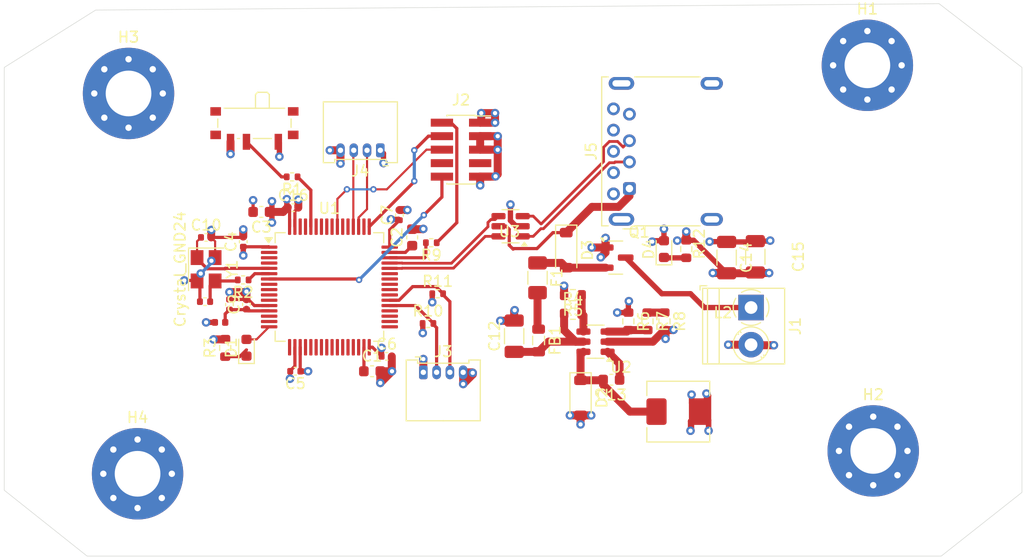
<source format=kicad_pcb>
(kicad_pcb (version 20240108) (generator "pcbnew") (generator_version "8.0")
  (layers (0 "F.Cu" signal) (1 "In1.Cu" power) (2 "In2.Cu" power) (31 "B.Cu" signal) (34 "B.Paste" user) (35 "F.Paste" user) (36 "B.SilkS" user "B.Silkscreen") (37 "F.SilkS" user "F.Silkscreen") (38 "B.Mask" user) (39 "F.Mask" user) (44 "Edge.Cuts" user))
  (net 0 "")
  (net 1 "GND")
  (net 2 "Net-(U1-VCAP_1)")
  (net 3 "Net-(U1-VCAP_2)")
  (net 4 "+3.3V")
  (net 5 "+3.3VA")
  (net 6 "HSE_IN")
  (net 7 "Net-(C11-Pad1)")
  (net 8 "BUCK_IN")
  (net 9 "BUCK_SW")
  (net 10 "BUCK_BST")
  (net 11 "LED_STATUS")
  (net 12 "Net-(D1-K)")
  (net 13 "+5V")
  (net 14 "Net-(D3-A)")
  (net 15 "Net-(D4-K)")
  (net 16 "+12V")
  (net 17 "SWCLK")
  (net 18 "SWO")
  (net 20 "NRST")
  (net 22 "Net-(J2-Pin_2)")
  (net 23 "I2C1_SCL")
  (net 24 "I2C1_SDA")
  (net 25 "USART3_TX")
  (net 26 "USART3_RX")
  (net 29 "USB_CONN_D-")
  (net 30 "USB_CONN_D+")
  (net 31 "BOOT0")
  (net 32 "Net-(SW1-B)")
  (net 33 "HSE_OUT")
  (net 34 "BUCK_EN")
  (net 35 "BUCK_FB")
  (net 36 "Net-(R7-Pad1)")
  (net 37 "SWDIO")
  (net 39 "USB_D+")
  (net 73 "USB_D-")
  (net 79 "Net-(F1-Pad2)")
  (footprint "Resistor_SMD:R_0402_1005Metric" (layer "F.Cu") (at 91.89 84.1)
    (property "Reference" "R10")
    (property "Value" "2k2")
  )
  (footprint "Package_TO_SOT_SMD:SOT-23-6" (layer "F.Cu") (at 107.6598 85.8159 180)
    (property "Reference" "U2")
    (property "Value" "~")
  )
  (footprint "Fuse:Fuse_1206_3216Metric" (layer "F.Cu") (at 102.2 79.8 -90)
    (property "Reference" "F1")
    (property "Value" "250mA")
  )
  (footprint "Diode_SMD:D_SOD-123" (layer "F.Cu") (at 104.9 77.2 -90)
    (property "Reference" "D3")
    (property "Value" "D_Schottky_Small")
  )
  (footprint "Connector_PinSocket_1.27mm:PinSocket_2x05_P1.27mm_Vertical_SMD" (layer "F.Cu") (at 95 67.74)
    (property "Reference" "J2")
    (property "Value" "Conn_02x05_Odd_Even")
  )
  (footprint "Capacitor_SMD:C_0402_1005Metric" (layer "F.Cu") (at 70.9 82.05 180)
    (property "Reference" "C11")
    (property "Value" "12p")
  )
  (footprint "Resistor_SMD:R_0603_1608Metric" (layer "F.Cu") (at 105.5262 83.1856)
    (property "Reference" "R4")
    (property "Value" "100k")
  )
  (footprint "Capacitor_SMD:C_1206_3216Metric" (layer "F.Cu") (at 100 85.3 90)
    (property "Reference" "C12")
    (property "Value" "10u")
  )
  (footprint "Package_QFP:LQFP-64_10x10mm_P0.5mm" (layer "F.Cu") (at 82.61 80.665)
    (property "Reference" "U1")
    (property "Value" "STM32F405RGTx")
  )
  (footprint "Resistor_SMD:R_0402_1005Metric" (layer "F.Cu") (at 74.49 80 180)
    (property "Reference" "R2")
    (property "Value" "47")
  )
  (footprint "TerminalBlock_Phoenix:TerminalBlock_Phoenix_PT-1,5-2-3.5-H_1x02_P3.50mm_Horizontal" (layer "F.Cu") (at 122.3 82.6 -90)
    (property "Reference" "J1")
    (property "Value" "Screw_Terminal_01x02")
  )
  (footprint "Connector_Molex:Molex_PicoBlade_53048-0410_1x04_P1.25mm_Horizontal" (layer "F.Cu") (at 87.4 67.8 180)
    (property "Reference" "J4")
    (property "Value" "Conn_01x04")
  )
  (footprint "Package_TO_SOT_SMD:SOT-23" (layer "F.Cu") (at 109.5625 77.9)
    (property "Reference" "Q1")
    (property "Value" "AO3400A")
  )
  (footprint "Resistor_SMD:R_0603_1608Metric" (layer "F.Cu") (at 72.8 86.4 90)
    (property "Reference" "R3")
    (property "Value" "1k5")
  )
  (footprint "Resistor_SMD:R_0603_1608Metric" (layer "F.Cu") (at 110.75 83.9 -90)
    (property "Reference" "R6")
    (property "Value" "47k")
  )
  (footprint "Connector_Molex:Molex_PicoBlade_53048-0410_1x04_P1.25mm_Horizontal" (layer "F.Cu") (at 91.45 88.7)
    (property "Reference" "J3")
    (property "Value" "Conn_01x04")
  )
  (footprint "Resistor_SMD:R_0402_1005Metric" (layer "F.Cu") (at 92.2 76.5 180)
    (property "Reference" "R9")
    (property "Value" "22")
  )
  (footprint "Resistor_SMD:R_0603_1608Metric" (layer "F.Cu") (at 112.55 83.9 -90)
    (property "Reference" "R7")
    (property "Value" "15k")
  )
  (footprint "Resistor_SMD:R_0603_1608Metric" (layer "F.Cu") (at 114.15 83.9 -90)
    (property "Reference" "R8")
    (property "Value" "270")
  )
  (footprint "Inductor_SMD:L_0402_1005Metric" (layer "F.Cu") (at 72.315 84)
    (property "Reference" "L1")
    (property "Value" "39n")
  )
  (footprint "Diode_SMD:D_SOD-123" (layer "F.Cu") (at 106.25 91.1 -90)
    (property "Reference" "D2")
    (property "Value" "D_Schottky_Small")
  )
  (footprint "Capacitor_SMD:C_0402_1005Metric" (layer "F.Cu") (at 89.2 73.9 90)
    (property "Reference" "C7")
    (property "Value" "100n")
  )
  (footprint "LED_SMD:LED_0603_1608Metric" (layer "F.Cu") (at 74.803 86.3855 90)
    (property "Reference" "D1")
    (property "Value" "LED_Small")
  )
  (footprint "Capacitor_SMD:C_1206_3216Metric" (layer "F.Cu") (at 120 77.9 -90)
    (property "Reference" "C14")
    (property "Value" "10u")
  )
  (footprint "Inductor_SMD:L_Sunlord_MWSA0518S" (layer "F.Cu") (at 115.45 92.4)
    (property "Reference" "L2")
    (property "Value" "10u")
  )
  (footprint "Resistor_SMD:R_0402_1005Metric" (layer "F.Cu") (at 92.8 81.3)
    (property "Reference" "R11")
    (property "Value" "2k2")
  )
  (footprint "Resistor_SMD:R_0603_1608Metric" (layer "F.Cu") (at 105.5262 81.433 180)
    (property "Reference" "R5")
    (property "Value" "68k")
  )
  (footprint "Resistor_SMD:R_0603_1608Metric" (layer "F.Cu") (at 116.2 77.1 -90)
    (property "Reference" "R12")
    (property "Value" "1k")
  )
  (footprint "Capacitor_SMD:C_0603_1608Metric" (layer "F.Cu") (at 90.4 76 90)
    (property "Reference" "C2")
    (property "Value" "2u2")
  )
  (footprint "Capacitor_SMD:C_0402_1005Metric" (layer "F.Cu") (at 73.2 82.32 90)
    (property "Reference" "C8")
    (property "Value" "1u")
  )
  (footprint "Connector_USB:USB3_A_Molex_48393-001" (layer "F.Cu") (at 110.85 71.4 90)
    (property "Reference" "J5")
    (property "Value" "USB_B_Micro")
  )
  (footprint "Capacitor_SMD:C_0603_1608Metric" (layer "F.Cu") (at 86.625 88.6)
    (property "Reference" "C1")
    (property "Value" "2u2")
  )
  (footprint "Button_Switch_SMD:SW_SPDT_PCM12" (layer "F.Cu") (at 75.55 65.57 180)
    (property "Reference" "SW1")
    (property "Value" "SW_SPDT")
  )
  (footprint "MountingHole:MountingHole_4.3mm_M4_Pad_Via" (layer "F.Cu") (at 133.25 59.8)
    (property "Reference" "H1")
    (property "Value" "MountingHole_Pad")
  )
  (footprint "LED_SMD:LED_0603_1608Metric" (layer "F.Cu") (at 114.1 77.1 90)
    (property "Reference" "D4")
    (property "Value" "LED")
  )
  (footprint "MountingHole:MountingHole_4.3mm_M4_Pad_Via" (layer "F.Cu") (at 133.8 96.1)
    (property "Reference" "H2")
    (property "Value" "MountingHole_Pad")
  )
  (footprint "MountingHole:MountingHole_4.3mm_M4_Pad_Via" (layer "F.Cu") (at 63.7 62.45)
    (property "Reference" "H3")
    (property "Value" "MountingHole_Pad")
  )
  (footprint "Capacitor_SMD:C_0402_1005Metric" (layer "F.Cu") (at 74.5 76.4 90)
    (property "Reference" "C4")
    (property "Value" "100n")
  )
  (footprint "Capacitor_SMD:C_0402_1005Metric" (layer "F.Cu") (at 88 87.2)
    (property "Reference" "C6")
    (property "Value" "100n")
  )
  (footprint "Package_TO_SOT_SMD:SOT-23-6" (layer "F.Cu") (at 99.6625 74.95 180)
    (property "Reference" "U3")
    (property "Value" "USBLC6-2SC6")
  )
  (footprint "Inductor_SMD:L_0805_2012Metric" (layer "F.Cu") (at 102.3 85.7 -90)
    (property "Reference" "FB1")
    (property "Value" "600 @ 600Mhz")
  )
  (footprint "Capacitor_SMD:C_0402_1005Metric" (layer "F.Cu") (at 71 76)
    (property "Reference" "C10")
    (property "Value" "12p")
  )
  (footprint "Capacitor_SMD:C_0402_1005Metric" (layer "F.Cu") (at 79.4 88.6 180)
    (property "Reference" "C5")
    (property "Value" "100n")
  )
  (footprint "Capacitor_SMD:C_1206_3216Metric" (layer "F.Cu") (at 122.7 77.825 -90)
    (property "Reference" "C15")
    (property "Value" "10u")
  )
  (footprint "Capacitor_SMD:C_0603_1608Metric" (layer "F.Cu") (at 76.2 73.6 180)
    (property "Reference" "C3")
    (property "Value" "4u7")
  )
  (footprint "Resistor_SMD:R_0402_1005Metric" (layer "F.Cu") (at 79.1 70.3 180)
    (property "Reference" "R1")
    (property "Value" "10k")
  )
  (footprint "Capacitor_SMD:C_0402_1005Metric" (layer "F.Cu") (at 74.8 82.3 90)
    (property "Reference" "C9")
    (property "Value" "10n")
  )
  (footprint "Capacitor_SMD:C_0402_1005Metric" (layer "F.Cu") (at 79.2 73.2)
    (property "Reference" "C16")
    (property "Value" "100n")
  )
  (footprint "MountingHole:MountingHole_4.3mm_M4_Pad_Via" (layer "F.Cu") (at 64.55 98.25)
    (property "Reference" "H4")
    (property "Value" "MountingHole_Pad")
  )
  (footprint "Capacitor_SMD:C_0603_1608Metric" (layer "F.Cu") (at 109.15 89.4 180)
    (property "Reference" "C13")
    (property "Value" "10n")
  )
  (footprint "Crystal:Crystal_SMD_3225-4Pin_3.2x2.5mm" (layer "F.Cu") (at 71 79 -90)
    (property "Reference" "Y1")
    (property "Value" "Crystal_GND24")
  )
  (gr_poly (pts (xy 60.6 54.6) (xy 140 54) (xy 147.8 60) (xy 147.8 100) (xy 140.2 106) (xy 59.8 106) (xy 52 99.8) (xy 52 60)) (stroke (width 0.05)) (fill none) (layer "Edge.Cuts"))
  (segment (start 71.48 76) (end 71.48 75.32) (width 0.75) (layer "F.Cu") (net 1))
  (segment (start 107.25 92.75) (end 106.25 92.75) (width 0.75) (layer "F.Cu") (net 1))
  (segment (start 79.68 72.47) (end 79.7 72.45) (width 0.75) (layer "F.Cu") (net 1))
  (segment (start 73.3 68.15) (end 73.3 67) (width 0.75) (layer "F.Cu") (net 1))
  (segment (start 79.36 73.52) (end 79.68 73.2) (width 0.3) (layer "F.Cu") (net 1))
  (segment (start 116.2 76.275) (end 116.2 75.45) (width 0.75) (layer "F.Cu") (net 1))
  (segment (start 79.36 74.99) (end 79.36 73.52) (width 0.3) (layer "F.Cu") (net 1))
  (segment (start 98.45 70.05) (end 98.45 67.75) (width 0.75) (layer "F.Cu") (net 1))
  (segment (start 79.68 73.2) (end 79.68 72.47) (width 0.75) (layer "F.Cu") (net 1))
  (segment (start 78.9 88.62) (end 78.92 88.6) (width 0.3) (layer "F.Cu") (net 1))
  (segment (start 90.4 75.225) (end 91.425 75.225) (width 0.75) (layer "F.Cu") (net 1))
  (segment (start 120.15 86.1) (end 122.3 86.1) (width 0.75) (layer "F.Cu") (net 1))
  (segment (start 108.6 77.425) (end 108.15 77.875) (width 0.75) (layer "F.Cu") (net 1))
  (segment (start 105.25 92.75) (end 106.25 92.75) (width 0.75) (layer "F.Cu") (net 1))
  (segment (start 72.775 85.6) (end 72.8 85.575) (width 0.75) (layer "F.Cu") (net 1))
  (segment (start 71.48 75.32) (end 71.5 75.3) (width 0.75) (layer "F.Cu") (net 1))
  (segment (start 96.1 88.75) (end 96.1 88.9) (width 0.75) (layer "F.Cu") (net 1))
  (segment (start 75.541846 82.415) (end 74.846846 81.72) (width 0.3) (layer "F.Cu") (net 1))
  (segment (start 75.425 73.6) (end 75.425 72.5) (width 0.3) (layer "F.Cu") (net 1))
  (segment (start 71.7 85.6) (end 72.775 85.6) (width 0.75) (layer "F.Cu") (net 1))
  (segment (start 98.22 70.28) (end 98.25 70.25) (width 0.75) (layer "F.Cu") (net 1))
  (segment (start 88.48 88.58) (end 88.5 88.6) (width 0.75) (layer "F.Cu") (net 1))
  (segment (start 108.6 76.05) (end 108.6 77.425) (width 0.75) (layer "F.Cu") (net 1))
  (segment (start 98.7 83.85) (end 99.975 83.85) (width 0.75) (layer "F.Cu") (net 1))
  (segment (start 119.975 79.35) (end 120 79.375) (width 0.75) (layer "F.Cu") (net 1))
  (segment (start 89.95 73.42) (end 89.2 73.42) (width 0.75) (layer "F.Cu") (net 1))
  (segment (start 74.846846 81.72) (end 74.8 81.72) (width 0.3) (layer "F.Cu") (net 1))
  (segment (start 118.7 79.35) (end 119.975 79.35) (width 0.75) (layer "F.Cu") (net 1))
  (segment (start 122.35 86.15) (end 122.3 86.1) (width 0.75) (layer "F.Cu") (net 1))
  (segment (start 114.975 84.725) (end 115 84.7) (width 0.75) (layer "F.Cu") (net 1))
  (segment (start 74.68 81.84) (end 74.8 81.72) (width 0.3) (layer "F.Cu") (net 1))
  (segment (start 70.49467 79.405332) (end 70.49467 79.75533) (width 0.3) (layer "F.Cu") (net 1))
  (segment (start 87.4 89.7) (end 88.5 88.6) (width 0.75) (layer "F.Cu") (net 1))
  (segment (start 82.65 67.8) (end 83.65 67.8) (width 0.75) (layer "F.Cu") (net 1))
  (segment (start 100 82.9) (end 100.05 82.85) (width 0.75) (layer "F.Cu") (net 1))
  (segment (start 96.8 66.47) (end 98.45 66.47) (width 0.75) (layer "F.Cu") (net 1))
  (segment (start 79.36 86.34) (end 79.36 88.113154) (width 0.3) (layer "F.Cu") (net 1))
  (segment (start 87.4 88.6) (end 87.4 89.7) (width 0.75) (layer "F.Cu") (net 1))
  (segment (start 108.625 76.075) (end 108.625 76.95) (width 0.75) (layer "F.Cu") (net 1))
  (segment (start 104.7012 80.5512) (end 104.7 80.55) (width 0.75) (layer "F.Cu") (net 1))
  (segment (start 78.92 89.28) (end 78.9 89.3) (width 0.75) (layer "F.Cu") (net 1))
  (segment (start 96.8 66.47) (end 96.8 67.74) (width 0.75) (layer "F.Cu") (net 1))
  (segment (start 100 83.825) (end 100 82.9) (width 0.75) (layer "F.Cu") (net 1))
  (segment (start 114.25 84.825) (end 114.15 84.725) (width 0.75) (layer "F.Cu") (net 1))
  (segment (start 98.45 67.75) (end 98.45 66.47) (width 0.75) (layer "F.Cu") (net 1))
  (segment (start 107.3 76.95) (end 108.625 76.95) (width 0.75) (layer "F.Cu") (net 1))
  (segment (start 71.85 77.9) (end 71.8 77.9) (width 0.3) (layer "F.Cu") (net 1))
  (segment (start 70.49467 79.75533) (end 70.15 80.1) (width 0.3) (layer "F.Cu") (net 1))
  (segment (start 100.8 74.95) (end 100.184816 74.95) (width 0.5) (layer "F.Cu") (net 1))
  (segment (start 70.42 82.05) (end 70.42 80.37) (width 0.3) (layer "F.Cu") (net 1))
  (segment (start 116.2 76.275) (end 116.9 76.275) (width 0.5) (layer "F.Cu") (net 1))
  (segment (start 74.5 75.92) (end 74.5 75.25) (width 0.75) (layer "F.Cu") (net 1))
  (segment (start 71.8 77.9) (end 71.5 78.2) (width 0.3) (layer "F.Cu") (net 1))
  (segment (start 96.1 88.9) (end 95.2 89.8) (width 0.75) (layer "F.Cu") (net 1))
  (segment (start 99.65 74.415184) (end 99.65 72.9) (width 0.5) (layer "F.Cu") (net 1))
  (segment (start 96.8 67.74) (end 98.44 67.74) (width 0.75) (layer "F.Cu") (net 1))
  (segment (start 114.25 85.55) (end 114.25 84.825) (width 0.75) (layer "F.Cu") (net 1))
  (segment (start 73.2 81.84) (end 74.68 81.84) (width 0.3) (layer "F.Cu") (net 1))
  (segment (start 95.2 88.7) (end 96.05 88.7) (width 0.75) (layer "F.Cu") (net 1))
  (segment (start 78.92 88.553154) (end 78.92 88.6) (width 0.3) (layer "F.Cu") (net 1))
  (segment (start 74.42 76) (end 74.5 75.92) (width 0.3) (layer "F.Cu") (net 1))
  (segment (start 108.5 77.075) (end 108.625 76.95) (width 0.75) (layer "F.Cu") (net 1))
  (segment (start 74.75 81.15) (end 74.8 81.1) (width 0.75) (layer "F.Cu") (net 1))
  (segment (start 96.05 88.7) (end 96.1 88.75) (width 0.75) (layer "F.Cu") (net 1))
  (segment (start 71.85 76.37) (end 71.48 76) (width 0.2) (layer "F.Cu") (net 1))
  (segment (start 100.184816 74.95) (end 99.65 74.415184) (width 0.5) (layer "F.Cu") (net 1))
  (segment (start 99.975 83.85) (end 100 83.825) (width 0.75) (layer "F.Cu") (net 1))
  (segment (start 124 79.35) (end 122.75 79.35) (width 0.75) (layer "F.Cu") (net 1))
  (segment (start 98.25 70.25) (end 98.45 70.05) (width 0.75) (layer "F.Cu") (net 1))
  (segment (start 122.625 79.375) (end 122.7 79.3) (width 0.75) (layer "F.Cu") (net 1))
  (segment (start 104.7012 81.433) (end 104.7012 80.5512) (width 0.75) (layer "F.Cu") (net 1))
  (segment (start 120 79.375) (end 122.625 79.375) (width 0.75) (layer "F.Cu") (net 1))
  (segment (start 83.65 69.05) (end 83.65 67.8) (width 0.75) (layer "F.Cu") (net 1))
  (segment (start 68.95 80.05) (end 70.1 80.05) (width 0.3) (layer "F.Cu") (net 1))
  (segment (start 114.15 84.725) (end 114.975 84.725) (width 0.75) (layer "F.Cu") (net 1))
  (segment (start 70.1 80.05) (end 70.15 80.1) (width 0.3) (layer "F.Cu") (net 1))
  (segment (start 88.48 87.2) (end 88.48 88.58) (width 0.75) (layer "F.Cu") (net 1))
  (segment (start 78.9 89.3) (end 78.9 88.62) (width 0.3) (layer "F.Cu") (net 1))
  (segment (start 73.2 81.15) (end 73.2 81.84) (width 0.3) (layer "F.Cu") (net 1))
  (segment (start 106.25 92.75) (end 106.25 93.6) (width 0.75) (layer "F.Cu") (net 1))
  (segment (start 124.45 86.15) (end 122.35 86.15) (width 0.75) (layer "F.Cu") (net 1))
  (segment (start 71.85 77.9) (end 71.85 76.37) (width 0.2) (layer "F.Cu") (net 1))
  (segment (start 76.935 82.415) (end 75.541846 82.415) (width 0.3) (layer "F.Cu") (net 1))
  (segment (start 73.2 81.15) (end 74.75 81.15) (width 0.75) (layer "F.Cu") (net 1))
  (segment (start 113.0591 85.8159) (end 114.15 84.725) (width 0.75) (layer "F.Cu") (net 1))
  (segment (start 96.8 70.28) (end 98.22 70.28) (width 0.75) (layer "F.Cu") (net 1))
  (segment (start 122.75 79.35) (end 122.7 79.3) (width 0.75) (layer "F.Cu") (net 1))
  (segment (start 98.44 67.74) (end 98.45 67.75) (width 0.75) (layer "F.Cu") (net 1))
  (segment (start 116.9 76.275) (end 120 79.375) (width 0.5) (layer "F.Cu") (net 1))
  (segment (start 74.8 81.82) (end 74.8 81.1) (width 0.75) (layer "F.Cu") (net 1))
  (segment (start 91.425 75.225) (end 91.45 75.2) (width 0.75) (layer "F.Cu") (net 1))
  (segment (start 70.42 80.37) (end 70.15 80.1) (width 0.3) (layer "F.Cu") (net 1))
  (segment (start 108.6 76.05) (end 108.625 76.075) (width 0.75) (layer "F.Cu") (net 1))
  (segment (start 96.8 71.1) (end 96.8 70.28) (width 0.75) (layer "F.Cu") (net 1))
  (segment (start 71.48 76) (end 74.42 76) (width 0.3) (layer "F.Cu") (net 1))
  (segment (start 95.2 89.8) (end 95.2 88.7) (width 0.75) (layer "F.Cu") (net 1))
  (segment (start 71.9 77.95) (end 71.85 77.9) (width 0.75) (layer "F.Cu") (net 1))
  (segment (start 79.36 88.113154) (end 78.92 88.553154) (width 0.3) (layer "F.Cu") (net 1))
  (segment (start 88.5 88.6) (end 87.4 88.6) (width 0.75) (layer "F.Cu") (net 1))
  (segment (start 108.7973 85.8159) (end 113.0591 85.8159) (width 0.75) (layer "F.Cu") (net 1))
  (via (at 118.7 79.35) (size 0.8) (drill 0.4) (layers "F.Cu" "B.Cu") (net 1))
  (via (at 108.15 77.875) (size 0.8) (drill 0.4) (layers "F.Cu" "B.Cu") (net 1))
  (via (at 114.25 85.55) (size 0.8) (drill 0.4) (layers "F.Cu" "B.Cu") (net 1))
  (via (at 98.7 83.85) (size 0.8) (drill 0.4) (layers "F.Cu" "B.Cu") (net 1))
  (via (at 98.25 70.25) (size 0.8) (drill 0.4) (layers "F.Cu" "B.Cu") (net 1))
  (via (at 78.9 89.3) (size 0.8) (drill 0.4) (layers "F.Cu" "B.Cu") (net 1))
  (via (at 71.7 85.6) (size 0.8) (drill 0.4) (layers "F.Cu" "B.Cu") (net 1))
  (via (at 115.35 76.3) (size 0.8) (drill 0.4) (layers "F.Cu" "B.Cu") (net 1))
  (via (at 105.25 92.75) (size 0.8) (drill 0.4) (layers "F.Cu" "B.Cu") (net 1))
  (via (at 73.3 68.15) (size 0.8) (drill 0.4) (layers "F.Cu" "B.Cu") (net 1))
  (via (at 70.49467 79.405332) (size 0.8) (drill 0.4) (layers "F.Cu" "B.Cu") (net 1))
  (via (at 87.4 89.7) (size 0.8) (drill 0.4) (layers "F.Cu" "B.Cu") (net 1))
  (via (at 100.05 82.85) (size 0.8) (drill 0.4) (layers "F.Cu" "B.Cu") (net 1))
  (via (at 108.6 76.05) (size 0.8) (drill 0.4) (layers "F.Cu" "B.Cu") (net 1))
  (via (at 68.95 80.05) (size 0.8) (drill 0.4) (layers "F.Cu" "B.Cu") (net 1))
  (via (at 124.45 86.15) (size 0.8) (drill 0.4) (layers "F.Cu" "B.Cu") (net 1))
  (via (at 115 84.7) (size 0.8) (drill 0.4) (layers "F.Cu" "B.Cu") (net 1))
  (via (at 124 79.35) (size 0.8) (drill 0.4) (layers "F.Cu" "B.Cu") (net 1))
  (via (at 91.45 75.2) (size 0.8) (drill 0.4) (layers "F.Cu" "B.Cu") (net 1))
  (via (at 79.7 72.45) (size 0.8) (drill 0.4) (layers "F.Cu" "B.Cu") (net 1))
  (via (at 99.65 72.9) (size 0.8) (drill 0.4) (layers "F.Cu" "B.Cu") (net 1))
  (via (at 75.425 72.5) (size 0.8) (drill 0.4) (layers "F.Cu" "B.Cu") (net 1))
  (via (at 95.2 89.8) (size 0.8) (drill 0.4) (layers "F.Cu" "B.Cu") (net 1))
  (via (at 96.1 88.75) (size 0.8) (drill 0.4) (layers "F.Cu" "B.Cu") (net 1))
  (via (at 73.2 81.15) (size 0.8) (drill 0.4) (layers "F.Cu" "B.Cu") (net 1))
  (via (at 98.45 67.75) (size 0.8) (drill 0.4) (layers "F.Cu" "B.Cu") (net 1))
  (via (at 98.45 66.47) (size 0.8) (drill 0.4) (layers "F.Cu" "B.Cu") (net 1))
  (via (at 107.3 76.95) (size 0.8) (drill 0.4) (layers "F.Cu" "B.Cu") (net 1))
  (via (at 106.25 93.6) (size 0.8) (drill 0.4) (layers "F.Cu" "B.Cu") (net 1))
  (via (at 107.25 92.75) (size 0.8) (drill 0.4) (layers "F.Cu" "B.Cu") (net 1))
  (via (at 71.5 78.2) (size 0.8) (drill 0.4) (layers "F.Cu" "B.Cu") (net 1))
  (via (at 120.15 86.1) (size 0.8) (drill 0.4) (layers "F.Cu" "B.Cu") (net 1))
  (via (at 74.5 75.25) (size 0.8) (drill 0.4) (layers "F.Cu" "B.Cu") (net 1))
  (via (at 83.65 69.05) (size 0.8) (drill 0.4) (layers "F.Cu" "B.Cu") (net 1))
  (via (at 89.95 73.42) (size 0.8) (drill 0.4) (layers "F.Cu" "B.Cu") (net 1))
  (via (at 74.8 81.1) (size 0.8) (drill 0.4) (layers "F.Cu" "B.Cu") (net 1))
  (via (at 96.8 71.1) (size 0.8) (drill 0.4) (layers "F.Cu" "B.Cu") (net 1))
  (via (at 104.7 80.55) (size 0.8) (drill 0.4) (layers "F.Cu" "B.Cu") (net 1))
  (via (at 116.2 75.45) (size 0.8) (drill 0.4) (layers "F.Cu" "B.Cu") (net 1))
  (via (at 82.65 67.8) (size 0.8) (drill 0.4) (layers "F.Cu" "B.Cu") (net 1))
  (via (at 71.5 75.3) (size 0.8) (drill 0.4) (layers "F.Cu" "B.Cu") (net 1))
  (via (at 88.5 88.6) (size 0.8) (drill 0.4) (layers "F.Cu" "B.Cu") (net 1))
  (segment (start 71.5 78.2) (end 71.5 78.400002) (width 0.3) (layer "B.Cu") (net 1))
  (segment (start 71.5 78.400002) (end 70.49467 79.405332) (width 0.3) (layer "B.Cu") (net 1))
  (segment (start 85.86 88.59) (end 85.85 88.6) (width 0.3) (layer "F.Cu") (net 2))
  (segment (start 85.86 86.34) (end 85.86 88.59) (width 0.3) (layer "F.Cu") (net 2))
  (segment (start 89.76 77.415) (end 90.4 76.775) (width 0.3) (layer "F.Cu") (net 3))
  (segment (start 88.285 77.415) (end 89.76 77.415) (width 0.3) (layer "F.Cu") (net 3))
  (segment (start 79.86 88.58) (end 79.88 88.6) (width 0.3) (layer "F.Cu") (net 4))
  (segment (start 88.4 74.3) (end 89.12 74.3) (width 0.5) (layer "F.Cu") (net 4))
  (segment (start 98.2 65.2) (end 96.8 65.2) (width 0.75) (layer "F.Cu") (net 4))
  (segment (start 91.4 85) (end 91.4 84.12) (width 0.5) (layer "F.Cu") (net 4))
  (segment (start 89.12 74.3) (end 89.2 74.38) (width 0.5) (layer "F.Cu") (net 4))
  (segment (start 118.1 90.7) (end 118.1 91.8) (width 0.5) (layer "F.Cu") (net 4))
  (segment (start 122.625 76.425) (end 122.7 76.35) (width 0.5) (layer "F.Cu") (net 4))
  (segment (start 76.975 73.6) (end 77.1 73.6) (width 0.75) (layer "F.Cu") (net 4))
  (segment (start 77.2 74.6) (end 77.2 73.825) (width 0.5) (layer "F.Cu") (net 4))
  (segment (start 86.66 86.34) (end 87.52 87.2) (width 0.3) (layer "F.Cu") (net 4))
  (segment (start 113.0875 76.3125) (end 113 76.4) (width 0.5) (layer "F.Cu") (net 4))
  (segment (start 96.9 64.3) (end 96.9 65.1) (width 0.75) (layer "F.Cu") (net 4))
  (segment (start 116.6 93.3) (end 117.5 92.4) (width 0.5) (layer "F.Cu") (net 4))
  (segment (start 116.7 94.1) (end 116.6 94.2) (width 0.5) (layer "F.Cu") (net 4))
  (segment (start 78.86 74.99) (end 78.86 73.34) (width 0.3) (layer "F.Cu") (net 4))
  (segment (start 78.627347 73.227348) (end 78.627348 73.227348) (width 0.75) (layer "F.Cu") (net 4))
  (segment (start 77.9 67.1) (end 77.8 67) (width 0.5) (layer "F.Cu") (net 4))
  (segment (start 77.2 72.6) (end 77.2 73.375) (width 0.5) (layer "F.Cu") (net 4))
  (segment (start 119.975 76.4) (end 120 76.425) (width 0.5) (layer "F.Cu") (net 4))
  (segment (start 79.86 86.34) (end 79.86 88.58) (width 0.3) (layer "F.Cu") (net 4))
  (segment (start 77.2 73.6) (end 78.254695 73.6) (width 0.75) (layer "F.Cu") (net 4))
  (segment (start 77.2 73.825) (end 76.975 73.6) (width 0.5) (layer "F.Cu") (net 4))
  (segment (start 78.254695 73.6) (end 78.627347 73.227348) (width 0.75) (layer "F.Cu") (net 4))
  (segment (start 76.9 76.88) (end 76.935 76.915) (width 0.3) (layer "F.Cu") (net 4))
  (segment (start 74.5 77.7) (end 74.5 76.88) (width 0.5) (layer "F.Cu") (net 4))
  (segment (start 74.5 76.88) (end 76.9 76.88) (width 0.3) (layer "F.Cu") (net 4))
  (segment (start 79.88 88.6) (end 80.6 88.6) (width 0.5) (layer "F.Cu") (net 4))
  (segment (start 78.6 72.4) (end 78.6 73.08) (width 0.5) (layer "F.Cu") (net 4))
  (segment (start 110.75 83.075) (end 110.75 82.05) (width 0.5) (layer "F.Cu") (net 4))
  (segment (start 91.45 88.7) (end 91.45 87.45) (width 0.75) (layer "F.Cu") (net 4))
  (segment (start 78.86 73.34) (end 78.72 73.2) (width 0.3) (layer "F.Cu") (net 4))
  (segment (start 118.3 90.9) (end 118.1 90.7) (width 0.5) (layer "F.Cu") (net 4))
  (segment (start 77.2 73.375) (end 76.975 73.6) (width 0.5) (layer "F.Cu") (net 4))
  (segment (start 96.9 65.1) (end 96.8 65.2) (width 0.75) (layer "F.Cu") (net 4))
  (segment (start 77.9 68.4) (end 77.9 67.1) (width 0.5) (layer "F.Cu") (net 4))
  (segment (start 118.4 76.4) (end 119.975 76.4) (width 0.5) (layer "F.Cu") (net 4))
  (segment (start 88.285 75.295) (end 89.2 74.38) (width 0.3) (layer "F.Cu") (net 4))
  (segment (start 114.1 76.3125) (end 113.0875 76.3125) (width 0.5) (layer "F.Cu") (net 4))
  (segment (start 118.3 93.2) (end 117.5 92.4) (width 0.5) (layer "F.Cu") (net 4))
  (segment (start 98.2 65.2) (end 98.2 64.3) (width 0.75) (layer "F.Cu") (net 4))
  (segment (start 88.285 76.915) (end 88.285 75.295) (width 0.3) (layer "F.Cu") (net 4))
  (segment (start 96.9 64.3) (end 98.2 64.3) (width 0.75) (layer "F.Cu") (net 4))
  (segment (start 77.1 73.6) (end 77.2 73.6) (width 0.75) (layer "F.Cu") (net 4))
  (segment (start 109.7 83.075) (end 110.75 83.075) (width 0.5) (layer "F.Cu") (net 4))
  (segment (start 78.627348 73.227348) (end 78.627348 73.227347) (width 0.75) (layer "F.Cu") (net 4))
  (segment (start 92.29 82.1) (end 92.29 81.3) (width 0.5) (layer "F.Cu") (net 4))
  (segment (start 118.3 94.2) (end 118.3 90.9) (width 0.5) (layer "F.Cu") (net 4))
  (segment (start 91.4 84.12) (end 91.38 84.1) (width 0.5) (layer "F.Cu") (net 4))
  (segment (start 78.6 73.08) (end 78.72 73.2) (width 0.5) (layer "F.Cu") (net 4))
  (segment (start 87.52 87.2) (end 87.52 86.4) (width 0.5) (layer "F.Cu") (net 4))
  (segment (start 71 84) (end 71.83 84) (width 0.5) (layer "F.Cu") (net 4))
  (segment (start 116.6 94.2) (end 116.6 93.3) (width 0.5) (layer "F.Cu") (net 4))
  (segment (start 114.1 75.2) (end 114.1 76.3125) (width 0.5) (layer "F.Cu") (net 4))
  (segment (start 124.05 76.35) (end 124.1 76.3) (width 0.5) (layer "F.Cu") (net 4))
  (segment (start 87.7 68.1) (end 87.4 67.8) (width 0.5) (layer "F.Cu") (net 4))
  (segment (start 110.75 82.05) (end 110.8 82) (width 0.5) (layer "F.Cu") (net 4))
  (segment (start 116.7 90.8) (end 116.7 91.6) (width 0.5) (layer "F.Cu") (net 4))
  (segment (start 78.627348 73.227347) (end 78.687348 73.167347) (width 0.75) (layer "F.Cu") (net 4))
  (segment (start 116.7 91.6) (end 117.5 92.4) (width 0.5) (layer "F.Cu") (net 4))
  (segment (start 116.7 90.8) (end 116.7 94.1) (width 0.5) (layer "F.Cu") (net 4))
  (segment (start 86.36 86.34) (end 86.66 86.34) (width 0.3) (layer "F.Cu") (net 4))
  (segment (start 87.7 69) (end 87.7 68.1) (width 0.5) (layer "F.Cu") (net 4))
  (segment (start 122.7 76.35) (end 124.05 76.35) (width 0.5) (layer "F.Cu") (net 4))
  (segment (start 118.3 94.2) (end 118.3 93.2) (width 0.5) (layer "F.Cu") (net 4))
  (segment (start 118.1 91.8) (end 117.5 92.4) (width 0.5) (layer "F.Cu") (net 4))
  (segment (start 120 76.425) (end 122.625 76.425) (width 0.5) (layer "F.Cu") (net 4))
  (via (at 80.6 88.6) (size 0.8) (drill 0.4) (layers "F.Cu" "B.Cu") (net 4))
  (via (at 78.6 72.4) (size 0.8) (drill 0.4) (layers "F.Cu" "B.Cu") (net 4))
  (via (at 91.4 85) (size 0.8) (drill 0.4) (layers "F.Cu" "B.Cu") (net 4))
  (via (at 109.7 83.075) (size 0.8) (drill 0.4) (layers "F.Cu" "B.Cu") (net 4))
  (via (at 88.4 74.3) (size 0.8) (drill 0.4) (layers "F.Cu" "B.Cu") (net 4))
  (via (at 77.2 74.6) (size 0.8) (drill 0.4) (layers "F.Cu" "B.Cu") (net 4))
  (via (at 77.9 68.4) (size 0.8) (drill 0.4) (layers "F.Cu" "B.Cu") (net 4))
  (via (at 113 76.4) (size 0.8) (drill 0.4) (layers "F.Cu" "B.Cu") (net 4))
  (via (at 114.1 75.2) (size 0.8) (drill 0.4) (layers "F.Cu" "B.Cu") (net 4))
  (via (at 118.1 90.7) (size 0.8) (drill 0.4) (layers "F.Cu" "B.Cu") (net 4))
  (via (at 77.2 72.6) (size 0.8) (drill 0.4) (layers "F.Cu" "B.Cu") (net 4))
  (via (at 118.4 76.4) (size 0.8) (drill 0.4) (layers "F.Cu" "B.Cu") (net 4))
  (via (at 110.8 82) (size 0.8) (drill 0.4) (layers "F.Cu" "B.Cu") (net 4))
  (via (at 116.6 94.2) (size 0.8) (drill 0.4) (layers "F.Cu" "B.Cu") (net 4))
  (via (at 74.5 77.7) (size 0.8) (drill 0.4) (layers "F.Cu" "B.Cu") (net 4))
  (via (at 87.7 69) (size 0.8) (drill 0.4) (layers "F.Cu" "B.Cu") (net 4))
  (via (at 71 84) (size 0.8) (drill 0.4) (layers "F.Cu" "B.Cu") (net 4))
  (via (at 116.7 90.8) (size 0.8) (drill 0.4) (layers "F.Cu" "B.Cu") (net 4))
  (via (at 118.3 94.2) (size 0.8) (drill 0.4) (layers "F.Cu" "B.Cu") (net 4))
  (via (at 96.9 64.3) (size 0.8) (drill 0.4) (layers "F.Cu" "B.Cu") (net 4))
  (via (at 92.29 82.1) (size 0.8) (drill 0.4) (layers "F.Cu" "B.Cu") (net 4))
  (via (at 87.52 86.4) (size 0.8) (drill 0.4) (layers "F.Cu" "B.Cu") (net 4))
  (via (at 98.2 65.2) (size 0.8) (drill 0.4) (layers "F.Cu" "B.Cu") (net 4))
  (via (at 124.1 76.3) (size 0.8) (drill 0.4) (layers "F.Cu" "B.Cu") (net 4))
  (via (at 91.45 87.45) (size 0.8) (drill 0.4) (layers "F.Cu" "B.Cu") (net 4))
  (via (at 98.2 64.3) (size 0.8) (drill 0.4) (layers "F.Cu" "B.Cu") (net 4))
  (segment (start 72.8 83.2) (end 73 83) (width 0.3) (layer "F.Cu") (net 5))
  (segment (start 74.68 82.8) (end 74.8 82.68) (width 0.3) (layer "F.Cu") (net 5))
  (segment (start 72.8 84) (end 72.8 83.2) (width 0.3) (layer "F.Cu") (net 5))
  (segment (start 74.91 82.79) (end 75.035 82.915) (width 0.3) (layer "F.Cu") (net 5))
  (segment (start 75.035 82.915) (end 76.935 82.915) (width 0.3) (layer "F.Cu") (net 5))
  (segment (start 73 83) (end 73.2 82.8) (width 0.3) (layer "F.Cu") (net 5))
  (segment (start 73.2 82.8) (end 74.68 82.8) (width 0.3) (layer "F.Cu") (net 5))
  (segment (start 74.91 82.79) (end 74.8 82.68) (width 0.5) (layer "F.Cu") (net 5))
  (segment (start 76.935 78.915) (end 72.8 78.915) (width 0.3) (layer "F.Cu") (net 6))
  (segment (start 71.1 78.95) (end 70.15 78) (width 0.3) (layer "F.Cu") (net 6))
  (segment (start 70.15 77.9) (end 70.15 76.37) (width 0.2) (layer "F.Cu") (net 6))
  (segment (start 72.8 78.915) (end 72.765 78.95) (width 0.3) (layer "F.Cu") (net 6))
  (segment (start 72.765 78.95) (end 71.1 78.95) (width 0.3) (layer "F.Cu") (net 6))
  (segment (start 70.15 78) (end 70.15 77.9) (width 0.3) (layer "F.Cu") (net 6))
  (segment (start 70.15 76.37) (end 70.52 76) (width 0.2) (layer "F.Cu") (net 6))
  (segment (start 71.38 80.57) (end 71.85 80.1) (width 0.3) (layer "F.Cu") (net 7))
  (segment (start 73.88 80.1) (end 73.98 80) (width 0.3) (layer "F.Cu") (net 7))
  (segment (start 71.38 82.05) (end 71.38 80.57) (width 0.3) (layer "F.Cu") (net 7))
  (segment (start 71.85 80.1) (end 73.88 80.1) (width 0.3) (layer "F.Cu") (net 7))
  (segment (start 104.7012 84.73676) (end 105.78034 85.8159) (width 0.75) (layer "F.Cu") (net 8))
  (segment (start 105.78034 85.8159) (end 106.5223 85.8159) (width 0.75) (layer "F.Cu") (net 8))
  (segment (start 103.2466 85.8159) (end 102.3 86.7625) (width 0.75) (layer "F.Cu") (net 8))
  (segment (start 100 86.775) (end 102.2875 86.775) (width 0.75) (layer "F.Cu") (net 8))
  (segment (start 104.7012 83.1856) (end 104.7012 84.73676) (width 0.75) (layer "F.Cu") (net 8))
  (segment (start 102.2875 86.775) (end 102.3 86.7625) (width 0.75) (layer "F.Cu") (net 8))
  (segment (start 106.5223 85.8159) (end 103.2466 85.8159) (width 0.75) (layer "F.Cu") (net 8))
  (segment (start 108.325 89.45) (end 108.375 89.4) (width 0.75) (layer "F.Cu") (net 9))
  (segment (start 106.25 89.45) (end 106.25 87.0382) (width 0.75) (layer "F.Cu") (net 9))
  (segment (start 113.4 92.4) (end 110.9 92.4) (width 0.75) (layer "F.Cu") (net 9))
  (segment (start 106.25 87.0382) (end 106.5223 86.7659) (width 0.75) (layer "F.Cu") (net 9))
  (segment (start 106.25 89.45) (end 108.325 89.45) (width 0.75) (layer "F.Cu") (net 9))
  (segment (start 110.9 92.4) (end 108.375 89.875) (width 0.75) (layer "F.Cu") (net 9))
  (segment (start 108.375 89.875) (end 108.375 89.4) (width 0.75) (layer "F.Cu") (net 9))
  (segment (start 109.925 89.4) (end 109.925 87.8936) (width 0.75) (layer "F.Cu") (net 10))
  (segment (start 109.925 87.8936) (end 108.7973 86.7659) (width 0.75) (layer "F.Cu") (net 10))
  (segment (start 74.803 85.598) (end 75.752 85.598) (width 0.2) (layer "F.Cu") (net 11))
  (segment (start 75.752 85.598) (end 76.935 84.415) (width 0.2) (layer "F.Cu") (net 11))
  (segment (start 74.1625 87.225) (end 74.8 86.5875) (width 0.3) (layer "F.Cu") (net 12))
  (segment (start 72.8 87.225) (end 74.1625 87.225) (width 0.3) (layer "F.Cu") (net 12))
  (segment (start 103.65 75.55) (end 102.15 77.05) (width 0.3) (layer "F.Cu") (net 13))
  (segment (start 99.9 77.1) (end 99.5375 76.7375) (width 0.3) (layer "F.Cu") (net 13))
  (segment (start 99.5375 76.7375) (end 99.5375 75.2375) (width 0.3) (layer "F.Cu") (net 13))
  (segment (start 110.85 72.1) (end 110.85 71.4) (width 0.75) (layer "F.Cu") (net 13))
  (segment (start 104.9 75.55) (end 103.65 75.55) (width 0.3) (layer "F.Cu") (net 13))
  (segment (start 104.9 75.55) (end 107.325 73.125) (width 0.75) (layer "F.Cu") (net 13))
  (segment (start 99.95 77.05) (end 99.9 77.1) (width 0.3) (layer "F.Cu") (net 13))
  (segment (start 109.825 73.125) (end 110.85 72.1) (width 0.75) (layer "F.Cu") (net 13))
  (segment (start 99.5375 75.2375) (end 99.25 74.95) (width 0.3) (layer "F.Cu") (net 13))
  (segment (start 99.25 74.95) (end 98.525 74.95) (width 0.3) (layer "F.Cu") (net 13))
  (segment (start 107.325 73.125) (end 109.825 73.125) (width 0.75) (layer "F.Cu") (net 13))
  (segment (start 102.15 77.05) (end 99.95 77.05) (width 0.3) (layer "F.Cu") (net 13))
  (segment (start 104.45 78.4) (end 104.9 78.85) (width 0.75) (layer "F.Cu") (net 14))
  (segment (start 108.625 78.85) (end 104.9 78.85) (width 0.75) (layer "F.Cu") (net 14))
  (segment (start 102.2 78.4) (end 104.45 78.4) (width 0.75) (layer "F.Cu") (net 14))
  (segment (start 116.2 77.925) (end 114.1375 77.925) (width 0.5) (layer "F.Cu") (net 15))
  (segment (start 114.1375 77.925) (end 114.1 77.8875) (width 0.5) (layer "F.Cu") (net 15))
  (segment (start 116.1625 77.8875) (end 116.2 77.925) (width 0.75) (layer "F.Cu") (net 15))
  (segment (start 113.9 81.3) (end 116.6 81.3) (width 0.5) (layer "F.Cu") (net 16))
  (segment (start 116.6 81.3) (end 117.9 82.6) (width 0.5) (layer "F.Cu") (net 16))
  (segment (start 117.9 82.6) (end 122.3 82.6) (width 0.5) (layer "F.Cu") (net 16))
  (segment (start 110.5 77.9) (end 113.9 81.3) (width 0.5) (layer "F.Cu") (net 16))
  (segment (start 91.93 66.47) (end 93.2 66.47) (width 0.3) (layer "F.Cu") (net 17))
  (segment (start 90.6 70.75) (end 90.6 70.7) (width 0.3) (layer "F.Cu") (net 17))
  (segment (start 90.6 67.8) (end 91.93 66.47) (width 0.3) (layer "F.Cu") (net 17))
  (segment (start 86.36 74.99) (end 90.6 70.75) (width 0.3) (layer "F.Cu") (net 17))
  (via (at 90.6 67.8) (size 0.6) (drill 0.3) (layers "F.Cu" "B.Cu") (net 17))
  (via (at 90.6 70.7) (size 0.6) (drill 0.3) (layers "F.Cu" "B.Cu") (net 17))
  (segment (start 90.6 70.7) (end 90.6 67.8) (width 0.3) (layer "B.Cu") (net 17))
  (segment (start 91.7466 67.74) (end 93.2 67.74) (width 0.2) (layer "F.Cu") (net 18))
  (segment (start 88.011 71.4756) (end 91.7466 67.74) (width 0.2) (layer "F.Cu") (net 18))
  (segment (start 86.75 71.4756) (end 88.011 71.4756) (width 0.2) (layer "F.Cu") (net 18))
  (segment (start 83.36 72.3756) (end 84.26 71.4756) (width 0.2) (layer "F.Cu") (net 18))
  (segment (start 83.36 74.99) (end 83.36 72.3756) (width 0.2) (layer "F.Cu") (net 18))
  (via (at 86.75 71.4756) (size 0.6) (drill 0.3) (layers "F.Cu" "B.Cu") (net 18))
  (via (at 84.26 71.4756) (size 0.6) (drill 0.3) (layers "F.Cu" "B.Cu") (net 18))
  (segment (start 84.26 71.4756) (end 86.75 71.4756) (width 0.2) (layer "B.Cu") (net 18))
  (segment (start 91.5 73.9) (end 93.2 72.2) (width 0.3) (layer "F.Cu") (net 20))
  (segment (start 93.2 72.2) (end 93.2 70.28) (width 0.3) (layer "F.Cu") (net 20))
  (segment (start 76.935 79.915) (end 85.315 79.915) (width 0.3) (layer "F.Cu") (net 20))
  (segment (start 85.315 79.915) (end 85.4 80) (width 0.3) (layer "F.Cu") (net 20))
  (via (at 85.4 80) (size 0.6) (drill 0.3) (layers "F.Cu" "B.Cu") (net 20))
  (via (at 91.5 73.9) (size 0.6) (drill 0.3) (layers "F.Cu" "B.Cu") (net 20))
  (segment (start 85.4 80) (end 91.5 73.9) (width 0.3) (layer "B.Cu") (net 20))
  (segment (start 92.71 76.5) (end 94.6 74.61) (width 0.3) (layer "F.Cu") (net 22))
  (segment (start 94.6 65.745) (end 94.055 65.2) (width 0.3) (layer "F.Cu") (net 22))
  (segment (start 94.055 65.2) (end 93.2 65.2) (width 0.3) (layer "F.Cu") (net 22))
  (segment (start 94.6 74.61) (end 94.6 65.745) (width 0.3) (layer "F.Cu") (net 22))
  (segment (start 90.715 82.415) (end 92.4 84.1) (width 0.3) (layer "F.Cu") (net 23))
  (segment (start 92.4 84.2) (end 92.7 84.5) (width 0.3) (layer "F.Cu") (net 23))
  (segment (start 92.7 84.5) (end 92.7 88.7) (width 0.3) (layer "F.Cu") (net 23))
  (segment (start 92.4 84.1) (end 92.4 84.2) (width 0.3) (layer "F.Cu") (net 23))
  (segment (start 88.285 82.415) (end 90.715 82.415) (width 0.3) (layer "F.Cu") (net 23))
  (segment (start 93.31 81.3) (end 93.31 81.41) (width 0.3) (layer "F.Cu") (net 24))
  (segment (start 89.16312 81.915) (end 90.44812 80.63) (width 0.3) (layer "F.Cu") (net 24))
  (segment (start 90.44812 80.63) (end 92.64 80.63) (width 0.3) (layer "F.Cu") (net 24))
  (segment (start 92.64 80.63) (end 93.31 81.3) (width 0.3) (layer "F.Cu") (net 24))
  (segment (start 88.285 81.915) (end 89.16312 81.915) (width 0.3) (layer "F.Cu") (net 24))
  (segment (start 93.95 82.05) (end 93.95 88.7) (width 0.3) (layer "F.Cu") (net 24))
  (segment (start 93.31 81.41) (end 93.95 82.05) (width 0.3) (layer "F.Cu") (net 24))
  (segment (start 86.15 73.3366) (end 86.15 67.8) (width 0.2) (layer "F.Cu") (net 25))
  (segment (start 85.36 74.1266) (end 86.15 73.3366) (width 0.2) (layer "F.Cu") (net 25))
  (segment (start 85.36 74.99) (end 85.36 74.1266) (width 0.2) (layer "F.Cu") (net 25))
  (segment (start 84.86 67.84) (end 84.9 67.8) (width 0.2) (layer "F.Cu") (net 26))
  (segment (start 84.86 74.99) (end 84.86 67.84) (width 0.2) (layer "F.Cu") (net 26))
  (segment (start 109.437193 68.969444) (end 109.506637 68.9) (width 0.261112) (layer "F.Cu") (net 29))
  (segment (start 100.8 75.9) (end 101.793751 75.9) (width 0.261112) (layer "F.Cu") (net 29))
  (segment (start 102.751839 75.182156) (end 108.964551 68.969444) (width 0.261112) (layer "F.Cu") (net 29))
  (segment (start 101.793751 75.9) (end 102.511595 75.182156) (width 0.261112) (layer "F.Cu") (net 29))
  (segment (start 109.506637 68.9) (end 110.85 68.9) (width 0.261112) (layer "F.Cu") (net 29))
  (segment (start 108.964551 68.969444) (end 109.437193 68.969444) (width 0.261112) (layer "F.Cu") (net 29))
  (segment (start 102.511595 75.182156) (end 102.751839 75.182156) (width 0.261112) (layer "F.Cu") (net 29))
  (segment (start 108.419444 68.857943) (end 108.419444 67.514551) (width 0.261112) (layer "F.Cu") (net 30))
  (segment (start 102.511595 74.717844) (end 102.559543 74.717844) (width 0.261112) (layer "F.Cu") (net 30))
  (segment (start 108.964551 66.969444) (end 109.735449 66.969444) (width 0.261112) (layer "F.Cu") (net 30))
  (segment (start 100.8 74) (end 101.793751 74) (width 0.261112) (layer "F.Cu") (net 30))
  (segment (start 110.258003 67.491997) (end 110.85 66.9) (width 0.261112) (layer "F.Cu") (net 30))
  (segment (start 109.735449 66.969444) (end 110.258003 67.491997) (width 0.261112) (layer "F.Cu") (net 30))
  (segment (start 101.793751 74) (end 102.511595 74.717844) (width 0.261112) (layer "F.Cu") (net 30))
  (segment (start 102.559543 74.717844) (end 108.419444 68.857943) (width 0.261112) (layer "F.Cu") (net 30))
  (segment (start 108.419444 67.514551) (end 108.964551 66.969444) (width 0.261112) (layer "F.Cu") (net 30))
  (segment (start 80.86 74.99) (end 80.86 71.55) (width 0.3) (layer "F.Cu") (net 31))
  (segment (start 80.86 71.55) (end 79.61 70.3) (width 0.3) (layer "F.Cu") (net 31))
  (segment (start 78.1 70.3) (end 74.8 67) (width 0.3) (layer "F.Cu") (net 32))
  (segment (start 78.59 70.3) (end 78.1 70.3) (width 0.3) (layer "F.Cu") (net 32))
  (segment (start 75 80) (end 75.585 79.415) (width 0.3) (layer "F.Cu") (net 33))
  (segment (start 75.585 79.415) (end 76.935 79.415) (width 0.3) (layer "F.Cu") (net 33))
  (segment (start 106.5223 83.3567) (end 106.3512 83.1856) (width 0.75) (layer "F.Cu") (net 34))
  (segment (start 106.5223 84.8659) (end 106.5223 83.3567) (width 0.75) (layer "F.Cu") (net 34))
  (segment (start 106.3512 81.433) (end 106.3512 83.1856) (width 0.75) (layer "F.Cu") (net 34))
  (segment (start 112.55 84.725) (end 110.75 84.725) (width 0.75) (layer "F.Cu") (net 35))
  (segment (start 108.7973 84.8659) (end 110.6091 84.8659) (width 0.75) (layer "F.Cu") (net 35))
  (segment (start 110.6091 84.8659) (end 110.75 84.725) (width 0.75) (layer "F.Cu") (net 35))
  (segment (start 114.15 83.075) (end 112.55 83.075) (width 0.75) (layer "F.Cu") (net 36))
  (segment (start 91.69 77.8) (end 91.69 76.5) (width 0.3) (layer "F.Cu") (net 37))
  (segment (start 88.285 77.915) (end 91.575 77.915) (width 0.3) (layer "F.Cu") (net 37))
  (segment (start 91.575 77.915) (end 91.69 77.8) (width 0.3) (layer "F.Cu") (net 37))
  (segment (start 97.531944 74.596792) (end 97.809292 74.319444) (width 0.261112) (layer "F.Cu") (net 39))
  (segment (start 88.285 78.415) (end 89.447501 78.415) (width 0.261112) (layer "F.Cu") (net 39))
  (segment (start 89.447501 78.415) (end 89.465345 78.432844) (width 0.261112) (layer "F.Cu") (net 39))
  (segment (start 94.092156 78.432844) (end 97.531944 74.993056) (width 0.261112) (layer "F.Cu") (net 39))
  (segment (start 89.465345 78.432844) (end 94.092156 78.432844) (width 0.261112) (layer "F.Cu") (net 39))
  (segment (start 98.205556 74.319444) (end 98.525 74) (width 0.261112) (layer "F.Cu") (net 39))
  (segment (start 97.531944 74.993056) (end 97.531944 74.596792) (width 0.261112) (layer "F.Cu") (net 39))
  (segment (start 97.809292 74.319444) (end 98.205556 74.319444) (width 0.261112) (layer "F.Cu") (net 39))
  (segment (start 97.281637 75.9) (end 98.525 75.9) (width 0.261112) (layer "F.Cu") (net 73))
  (segment (start 89.465345 78.897156) (end 94.284481 78.897156) (width 0.261112) (layer "F.Cu") (net 73))
  (segment (start 88.285 78.915) (end 89.447501 78.915) (width 0.261112) (layer "F.Cu") (net 73))
  (segment (start 89.447501 78.915) (end 89.465345 78.897156) (width 0.261112) (layer "F.Cu") (net 73))
  (segment (start 94.284481 78.897156) (end 97.281637 75.9) (width 0.261112) (layer "F.Cu") (net 73))
  (segment (start 102.2 81.2) (end 102.2 84.5375) (width 0.75) (layer "F.Cu") (net 79))
  (segment (start 102.2 84.5375) (end 102.3 84.6375) (width 0.75) (layer "F.Cu") (net 79))
)
</source>
